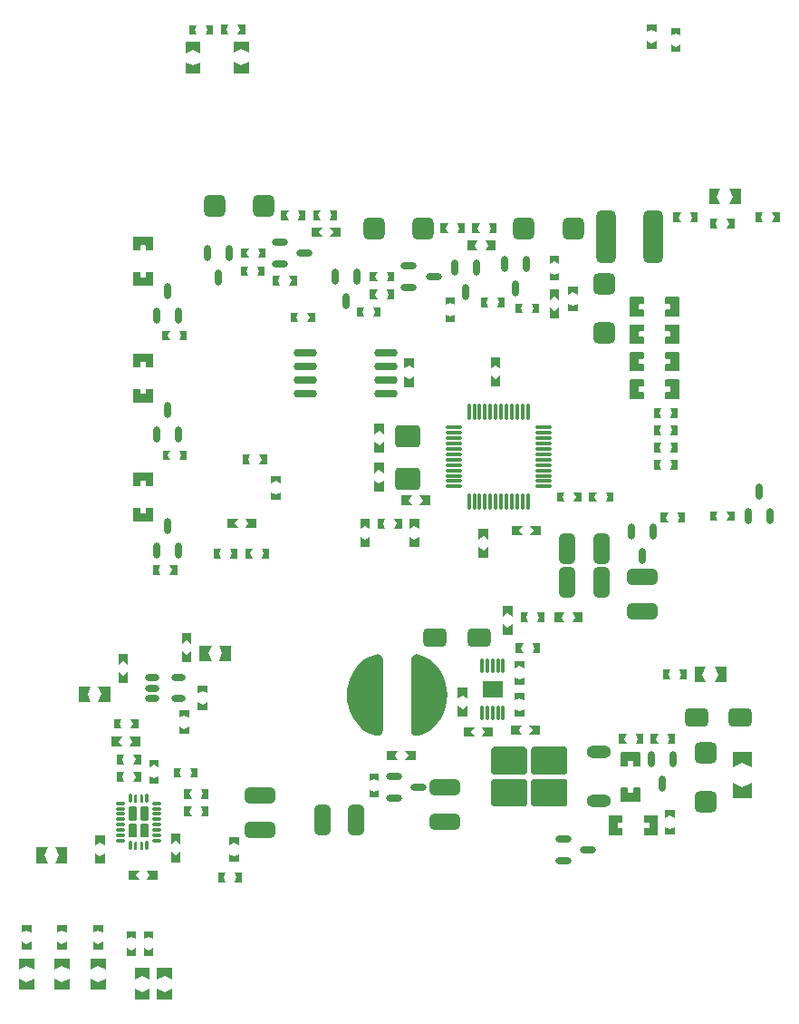
<source format=gtp>
G04*
G04 #@! TF.GenerationSoftware,Altium Limited,Altium Designer,18.1.7 (191)*
G04*
G04 Layer_Color=8421504*
%FSLAX24Y24*%
%MOIN*%
G70*
G01*
G75*
%ADD25O,0.0591X0.0281*%
G04:AMPARAMS|DCode=26|XSize=110.2mil|YSize=59.1mil|CornerRadius=14.8mil|HoleSize=0mil|Usage=FLASHONLY|Rotation=90.000|XOffset=0mil|YOffset=0mil|HoleType=Round|Shape=RoundedRectangle|*
%AMROUNDEDRECTD26*
21,1,0.1102,0.0295,0,0,90.0*
21,1,0.0807,0.0591,0,0,90.0*
1,1,0.0295,0.0148,0.0404*
1,1,0.0295,0.0148,-0.0404*
1,1,0.0295,-0.0148,-0.0404*
1,1,0.0295,-0.0148,0.0404*
%
%ADD26ROUNDEDRECTD26*%
%ADD27O,0.0850X0.0295*%
G04:AMPARAMS|DCode=28|XSize=82.7mil|YSize=78.7mil|CornerRadius=19.7mil|HoleSize=0mil|Usage=FLASHONLY|Rotation=180.000|XOffset=0mil|YOffset=0mil|HoleType=Round|Shape=RoundedRectangle|*
%AMROUNDEDRECTD28*
21,1,0.0827,0.0394,0,0,180.0*
21,1,0.0433,0.0787,0,0,180.0*
1,1,0.0394,-0.0217,0.0197*
1,1,0.0394,0.0217,0.0197*
1,1,0.0394,0.0217,-0.0197*
1,1,0.0394,-0.0217,-0.0197*
%
%ADD28ROUNDEDRECTD28*%
G04:AMPARAMS|DCode=29|XSize=90.6mil|YSize=82.7mil|CornerRadius=12.4mil|HoleSize=0mil|Usage=FLASHONLY|Rotation=0.000|XOffset=0mil|YOffset=0mil|HoleType=Round|Shape=RoundedRectangle|*
%AMROUNDEDRECTD29*
21,1,0.0906,0.0579,0,0,0.0*
21,1,0.0657,0.0827,0,0,0.0*
1,1,0.0248,0.0329,-0.0289*
1,1,0.0248,-0.0329,-0.0289*
1,1,0.0248,-0.0329,0.0289*
1,1,0.0248,0.0329,0.0289*
%
%ADD29ROUNDEDRECTD29*%
%ADD30O,0.0281X0.0591*%
G04:AMPARAMS|DCode=31|XSize=82.7mil|YSize=78.7mil|CornerRadius=19.7mil|HoleSize=0mil|Usage=FLASHONLY|Rotation=90.000|XOffset=0mil|YOffset=0mil|HoleType=Round|Shape=RoundedRectangle|*
%AMROUNDEDRECTD31*
21,1,0.0827,0.0394,0,0,90.0*
21,1,0.0433,0.0787,0,0,90.0*
1,1,0.0394,0.0197,0.0217*
1,1,0.0394,0.0197,-0.0217*
1,1,0.0394,-0.0197,-0.0217*
1,1,0.0394,-0.0197,0.0217*
%
%ADD31ROUNDEDRECTD31*%
%ADD32O,0.0531X0.0236*%
G04:AMPARAMS|DCode=33|XSize=194.9mil|YSize=70.9mil|CornerRadius=17.7mil|HoleSize=0mil|Usage=FLASHONLY|Rotation=270.000|XOffset=0mil|YOffset=0mil|HoleType=Round|Shape=RoundedRectangle|*
%AMROUNDEDRECTD33*
21,1,0.1949,0.0354,0,0,270.0*
21,1,0.1594,0.0709,0,0,270.0*
1,1,0.0354,-0.0177,-0.0797*
1,1,0.0354,-0.0177,0.0797*
1,1,0.0354,0.0177,0.0797*
1,1,0.0354,0.0177,-0.0797*
%
%ADD33ROUNDEDRECTD33*%
%ADD34O,0.0118X0.0335*%
%ADD35O,0.0335X0.0118*%
G04:AMPARAMS|DCode=36|XSize=110.2mil|YSize=59.1mil|CornerRadius=14.8mil|HoleSize=0mil|Usage=FLASHONLY|Rotation=0.000|XOffset=0mil|YOffset=0mil|HoleType=Round|Shape=RoundedRectangle|*
%AMROUNDEDRECTD36*
21,1,0.1102,0.0295,0,0,0.0*
21,1,0.0807,0.0591,0,0,0.0*
1,1,0.0295,0.0404,-0.0148*
1,1,0.0295,-0.0404,-0.0148*
1,1,0.0295,-0.0404,0.0148*
1,1,0.0295,0.0404,0.0148*
%
%ADD36ROUNDEDRECTD36*%
G04:AMPARAMS|DCode=37|XSize=86.6mil|YSize=68.9mil|CornerRadius=17.2mil|HoleSize=0mil|Usage=FLASHONLY|Rotation=180.000|XOffset=0mil|YOffset=0mil|HoleType=Round|Shape=RoundedRectangle|*
%AMROUNDEDRECTD37*
21,1,0.0866,0.0344,0,0,180.0*
21,1,0.0522,0.0689,0,0,180.0*
1,1,0.0344,-0.0261,0.0172*
1,1,0.0344,0.0261,0.0172*
1,1,0.0344,0.0261,-0.0172*
1,1,0.0344,-0.0261,-0.0172*
%
%ADD37ROUNDEDRECTD37*%
%ADD38R,0.0728X0.0610*%
%ADD39O,0.0118X0.0571*%
%ADD40O,0.0906X0.0454*%
%ADD41O,0.0630X0.0118*%
%ADD42O,0.0118X0.0630*%
G36*
X52392Y48110D02*
X52215Y48189D01*
X52037Y48110D01*
Y48386D01*
X52392D01*
Y48110D01*
D02*
G37*
G36*
X37254Y48022D02*
X36978D01*
X37057Y48199D01*
X36978Y48376D01*
X37254D01*
Y48022D01*
D02*
G37*
G36*
X36565Y48199D02*
X36644Y48022D01*
X36368D01*
Y48376D01*
X36644D01*
X36565Y48199D01*
D02*
G37*
G36*
X36082Y48012D02*
X35807D01*
X35886Y48189D01*
X35807Y48366D01*
X36082D01*
Y48012D01*
D02*
G37*
G36*
X35394Y48189D02*
X35472Y48012D01*
X35197D01*
Y48366D01*
X35472D01*
X35394Y48189D01*
D02*
G37*
G36*
X53278Y47982D02*
X53100Y48061D01*
X52923Y47982D01*
Y48258D01*
X53278D01*
Y47982D01*
D02*
G37*
G36*
X52392Y47500D02*
X52037D01*
Y47776D01*
X52215Y47697D01*
X52392Y47776D01*
Y47500D01*
D02*
G37*
G36*
X53278Y47372D02*
X52923D01*
Y47648D01*
X53100Y47569D01*
X53278Y47648D01*
Y47372D01*
D02*
G37*
G36*
X37392Y47343D02*
X37116Y47470D01*
X36841Y47343D01*
Y47756D01*
X37392D01*
Y47343D01*
D02*
G37*
G36*
X35610Y47333D02*
X35335Y47461D01*
X35059Y47333D01*
Y47746D01*
X35610D01*
Y47333D01*
D02*
G37*
G36*
X37392Y46594D02*
X36841D01*
Y47008D01*
X37116Y46880D01*
X37392Y47008D01*
Y46594D01*
D02*
G37*
G36*
X35610Y46585D02*
X35059D01*
Y46998D01*
X35335Y46870D01*
X35610Y46998D01*
Y46585D01*
D02*
G37*
G36*
X55492Y41791D02*
X55079D01*
X55207Y42067D01*
X55079Y42343D01*
X55492D01*
Y41791D01*
D02*
G37*
G36*
X54616Y42067D02*
X54744Y41791D01*
X54331D01*
Y42343D01*
X54744D01*
X54616Y42067D01*
D02*
G37*
G36*
X40640Y41201D02*
X40364D01*
X40443Y41378D01*
X40364Y41555D01*
X40640D01*
Y41201D01*
D02*
G37*
G36*
X39951Y41378D02*
X40030Y41201D01*
X39754D01*
Y41555D01*
X40030D01*
X39951Y41378D01*
D02*
G37*
G36*
X39468Y41201D02*
X39193D01*
X39271Y41378D01*
X39193Y41555D01*
X39468D01*
Y41201D01*
D02*
G37*
G36*
X38780Y41378D02*
X38858Y41201D01*
X38583D01*
Y41555D01*
X38858D01*
X38780Y41378D01*
D02*
G37*
G36*
X56929Y41132D02*
X56653D01*
X56732Y41309D01*
X56653Y41486D01*
X56929D01*
Y41132D01*
D02*
G37*
G36*
X56240Y41309D02*
X56319Y41132D01*
X56043D01*
Y41486D01*
X56319D01*
X56240Y41309D01*
D02*
G37*
G36*
X53897Y41122D02*
X53622D01*
X53701Y41299D01*
X53622Y41476D01*
X53897D01*
Y41122D01*
D02*
G37*
G36*
X53209Y41299D02*
X53287Y41122D01*
X53012D01*
Y41476D01*
X53287D01*
X53209Y41299D01*
D02*
G37*
G36*
X55256Y40886D02*
X54980D01*
X55059Y41063D01*
X54980Y41240D01*
X55256D01*
Y40886D01*
D02*
G37*
G36*
X54567Y41063D02*
X54646Y40886D01*
X54370D01*
Y41240D01*
X54646D01*
X54567Y41063D01*
D02*
G37*
G36*
X46506Y40718D02*
X46230D01*
X46309Y40896D01*
X46230Y41073D01*
X46506D01*
Y40718D01*
D02*
G37*
G36*
X45817Y40896D02*
X45896Y40718D01*
X45620D01*
Y41073D01*
X45896D01*
X45817Y40896D01*
D02*
G37*
G36*
X45334Y40718D02*
X45059D01*
X45138Y40896D01*
X45059Y41073D01*
X45334D01*
Y40718D01*
D02*
G37*
G36*
X44646Y40896D02*
X44724Y40718D01*
X44449D01*
Y41073D01*
X44724D01*
X44646Y40896D01*
D02*
G37*
G36*
X40768Y40571D02*
X40374D01*
X40492Y40748D01*
X40374Y40925D01*
X40768D01*
Y40571D01*
D02*
G37*
G36*
X39980Y40748D02*
X40098Y40571D01*
X39705D01*
Y40925D01*
X40098D01*
X39980Y40748D01*
D02*
G37*
G36*
X46486Y40089D02*
X46093D01*
X46211Y40266D01*
X46093Y40443D01*
X46486D01*
Y40089D01*
D02*
G37*
G36*
X45699Y40266D02*
X45817Y40089D01*
X45423D01*
Y40443D01*
X45817D01*
X45699Y40266D01*
D02*
G37*
G36*
X33856Y40582D02*
X33864Y40561D01*
Y40109D01*
X33856Y40088D01*
X33835Y40079D01*
X33632D01*
X33611Y40088D01*
X33602Y40109D01*
Y40246D01*
X33594Y40267D01*
X33573Y40276D01*
X33435D01*
X33414Y40267D01*
X33406Y40246D01*
Y40109D01*
X33397Y40088D01*
X33376Y40079D01*
X33173D01*
X33152Y40088D01*
X33144Y40109D01*
Y40561D01*
X33152Y40582D01*
X33173Y40591D01*
X33835D01*
X33856Y40582D01*
D02*
G37*
G36*
X38002Y39813D02*
X37726D01*
X37805Y39990D01*
X37726Y40167D01*
X38002D01*
Y39813D01*
D02*
G37*
G36*
X37313Y39990D02*
X37392Y39813D01*
X37116D01*
Y40167D01*
X37392D01*
X37313Y39990D01*
D02*
G37*
G36*
X48819Y39596D02*
X48642Y39675D01*
X48465Y39596D01*
Y39872D01*
X48819D01*
Y39596D01*
D02*
G37*
G36*
Y38986D02*
X48465D01*
Y39262D01*
X48642Y39183D01*
X48819Y39262D01*
Y38986D01*
D02*
G37*
G36*
X37982Y39144D02*
X37706D01*
X37785Y39321D01*
X37706Y39498D01*
X37982D01*
Y39144D01*
D02*
G37*
G36*
X37293Y39321D02*
X37372Y39144D01*
X37096D01*
Y39498D01*
X37372D01*
X37293Y39321D01*
D02*
G37*
G36*
X33856Y39282D02*
X33864Y39261D01*
Y38809D01*
X33856Y38788D01*
X33835Y38779D01*
X33173D01*
X33152Y38788D01*
X33144Y38809D01*
Y39261D01*
X33152Y39282D01*
X33173Y39291D01*
X33376D01*
X33397Y39282D01*
X33406Y39261D01*
Y39124D01*
X33414Y39103D01*
X33435Y39094D01*
X33573D01*
X33594Y39103D01*
X33602Y39124D01*
Y39261D01*
X33611Y39282D01*
X33632Y39291D01*
X33835D01*
X33856Y39282D01*
D02*
G37*
G36*
X42736Y38937D02*
X42461D01*
X42539Y39114D01*
X42461Y39291D01*
X42736D01*
Y38937D01*
D02*
G37*
G36*
X42047Y39114D02*
X42126Y38937D01*
X41851D01*
Y39291D01*
X42126D01*
X42047Y39114D01*
D02*
G37*
G36*
X39154Y38799D02*
X38878D01*
X38957Y38976D01*
X38878Y39154D01*
X39154D01*
Y38799D01*
D02*
G37*
G36*
X38465Y38976D02*
X38544Y38799D01*
X38268D01*
Y39154D01*
X38544D01*
X38465Y38976D01*
D02*
G37*
G36*
X49488Y38464D02*
X49311Y38543D01*
X49134Y38464D01*
Y38740D01*
X49488D01*
Y38464D01*
D02*
G37*
G36*
X42736Y38287D02*
X42461D01*
X42539Y38465D01*
X42461Y38642D01*
X42736D01*
Y38287D01*
D02*
G37*
G36*
X42047Y38465D02*
X42126Y38287D01*
X41851D01*
Y38642D01*
X42126D01*
X42047Y38465D01*
D02*
G37*
G36*
X48819Y38258D02*
X48642Y38376D01*
X48465Y38258D01*
Y38652D01*
X48819D01*
Y38258D01*
D02*
G37*
G36*
X44980Y38071D02*
X44803Y38150D01*
X44626Y38071D01*
Y38346D01*
X44980D01*
Y38071D01*
D02*
G37*
G36*
X49488Y37854D02*
X49134D01*
Y38130D01*
X49311Y38051D01*
X49488Y38130D01*
Y37854D01*
D02*
G37*
G36*
X46811Y38002D02*
X46535D01*
X46614Y38179D01*
X46535Y38356D01*
X46811D01*
Y38002D01*
D02*
G37*
G36*
X46122Y38179D02*
X46201Y38002D01*
X45925D01*
Y38356D01*
X46201D01*
X46122Y38179D01*
D02*
G37*
G36*
X48819Y37589D02*
X48465D01*
Y37982D01*
X48642Y37864D01*
X48819Y37982D01*
Y37589D01*
D02*
G37*
G36*
X48080Y37776D02*
X47805D01*
X47884Y37953D01*
X47805Y38130D01*
X48080D01*
Y37776D01*
D02*
G37*
G36*
X47392Y37953D02*
X47470Y37776D01*
X47195D01*
Y38130D01*
X47470D01*
X47392Y37953D01*
D02*
G37*
G36*
X44980Y37461D02*
X44626D01*
Y37736D01*
X44803Y37658D01*
X44980Y37736D01*
Y37461D01*
D02*
G37*
G36*
X53220Y38363D02*
X53229Y38343D01*
Y37681D01*
X53220Y37660D01*
X53199Y37652D01*
X52746D01*
X52726Y37660D01*
X52717Y37681D01*
Y37884D01*
X52726Y37905D01*
X52746Y37913D01*
X52884D01*
X52905Y37922D01*
X52914Y37943D01*
Y38081D01*
X52905Y38102D01*
X52884Y38110D01*
X52746D01*
X52726Y38119D01*
X52717Y38140D01*
Y38343D01*
X52726Y38363D01*
X52746Y38372D01*
X53199D01*
X53220Y38363D01*
D02*
G37*
G36*
X51920D02*
X51929Y38343D01*
Y38140D01*
X51920Y38119D01*
X51899Y38110D01*
X51761D01*
X51741Y38102D01*
X51732Y38081D01*
Y37943D01*
X51741Y37922D01*
X51761Y37913D01*
X51899D01*
X51920Y37905D01*
X51929Y37884D01*
Y37681D01*
X51920Y37660D01*
X51899Y37652D01*
X51446D01*
X51426Y37660D01*
X51417Y37681D01*
Y38343D01*
X51426Y38363D01*
X51446Y38372D01*
X51899D01*
X51920Y38363D01*
D02*
G37*
G36*
X42244Y37638D02*
X41968D01*
X42047Y37815D01*
X41968Y37992D01*
X42244D01*
Y37638D01*
D02*
G37*
G36*
X41555Y37815D02*
X41634Y37638D01*
X41358D01*
Y37992D01*
X41634D01*
X41555Y37815D01*
D02*
G37*
G36*
X39823Y37441D02*
X39547D01*
X39626Y37618D01*
X39547Y37795D01*
X39823D01*
Y37441D01*
D02*
G37*
G36*
X39134Y37618D02*
X39213Y37441D01*
X38937D01*
Y37795D01*
X39213D01*
X39134Y37618D01*
D02*
G37*
G36*
X35098Y36772D02*
X34823D01*
X34902Y36949D01*
X34823Y37126D01*
X35098D01*
Y36772D01*
D02*
G37*
G36*
X34410Y36949D02*
X34488Y36772D01*
X34213D01*
Y37126D01*
X34488D01*
X34410Y36949D01*
D02*
G37*
G36*
X53220Y37359D02*
X53229Y37339D01*
Y36677D01*
X53220Y36656D01*
X53199Y36648D01*
X52746D01*
X52726Y36656D01*
X52717Y36677D01*
Y36880D01*
X52726Y36901D01*
X52746Y36909D01*
X52884D01*
X52905Y36918D01*
X52914Y36939D01*
Y37077D01*
X52905Y37098D01*
X52884Y37106D01*
X52746D01*
X52726Y37115D01*
X52717Y37136D01*
Y37339D01*
X52726Y37359D01*
X52746Y37368D01*
X53199D01*
X53220Y37359D01*
D02*
G37*
G36*
X51920D02*
X51929Y37339D01*
Y37136D01*
X51920Y37115D01*
X51899Y37106D01*
X51761D01*
X51741Y37098D01*
X51732Y37077D01*
Y36939D01*
X51741Y36918D01*
X51761Y36909D01*
X51899D01*
X51920Y36901D01*
X51929Y36880D01*
Y36677D01*
X51920Y36656D01*
X51899Y36648D01*
X51446D01*
X51426Y36656D01*
X51417Y36677D01*
Y37339D01*
X51426Y37359D01*
X51446Y37368D01*
X51899D01*
X51920Y37359D01*
D02*
G37*
G36*
X33856Y36291D02*
X33864Y36270D01*
Y35817D01*
X33856Y35796D01*
X33835Y35788D01*
X33632D01*
X33611Y35796D01*
X33602Y35817D01*
Y35955D01*
X33594Y35976D01*
X33573Y35985D01*
X33435D01*
X33414Y35976D01*
X33406Y35955D01*
Y35817D01*
X33397Y35796D01*
X33376Y35788D01*
X33173D01*
X33152Y35796D01*
X33144Y35817D01*
Y36270D01*
X33152Y36291D01*
X33173Y36300D01*
X33835D01*
X33856Y36291D01*
D02*
G37*
G36*
X46644Y35748D02*
X46467Y35866D01*
X46289Y35748D01*
Y36142D01*
X46644D01*
Y35748D01*
D02*
G37*
G36*
X43474Y35738D02*
X43297Y35856D01*
X43120Y35738D01*
Y36132D01*
X43474D01*
Y35738D01*
D02*
G37*
G36*
X53220Y36356D02*
X53229Y36335D01*
Y35673D01*
X53220Y35652D01*
X53199Y35644D01*
X52746D01*
X52726Y35652D01*
X52717Y35673D01*
Y35876D01*
X52726Y35897D01*
X52746Y35906D01*
X52884D01*
X52905Y35914D01*
X52914Y35935D01*
Y36073D01*
X52905Y36094D01*
X52884Y36102D01*
X52746D01*
X52726Y36111D01*
X52717Y36132D01*
Y36335D01*
X52726Y36356D01*
X52746Y36364D01*
X53199D01*
X53220Y36356D01*
D02*
G37*
G36*
X51920D02*
X51929Y36335D01*
Y36132D01*
X51920Y36111D01*
X51899Y36102D01*
X51761D01*
X51741Y36094D01*
X51732Y36073D01*
Y35935D01*
X51741Y35914D01*
X51761Y35906D01*
X51899D01*
X51920Y35897D01*
X51929Y35876D01*
Y35673D01*
X51920Y35652D01*
X51899Y35644D01*
X51446D01*
X51426Y35652D01*
X51417Y35673D01*
Y36335D01*
X51426Y36356D01*
X51446Y36364D01*
X51899D01*
X51920Y36356D01*
D02*
G37*
G36*
X46644Y35079D02*
X46289D01*
Y35472D01*
X46467Y35354D01*
X46644Y35472D01*
Y35079D01*
D02*
G37*
G36*
X43474Y35069D02*
X43120D01*
Y35463D01*
X43297Y35344D01*
X43474Y35463D01*
Y35069D01*
D02*
G37*
G36*
X33856Y34991D02*
X33864Y34970D01*
Y34517D01*
X33856Y34496D01*
X33835Y34488D01*
X33173D01*
X33152Y34496D01*
X33144Y34517D01*
Y34970D01*
X33152Y34991D01*
X33173Y35000D01*
X33376D01*
X33397Y34991D01*
X33406Y34970D01*
Y34832D01*
X33414Y34811D01*
X33435Y34803D01*
X33573D01*
X33594Y34811D01*
X33602Y34832D01*
Y34970D01*
X33611Y34991D01*
X33632Y35000D01*
X33835D01*
X33856Y34991D01*
D02*
G37*
G36*
X53220Y35332D02*
X53229Y35311D01*
Y34650D01*
X53220Y34629D01*
X53199Y34620D01*
X52746D01*
X52726Y34629D01*
X52717Y34650D01*
Y34852D01*
X52726Y34873D01*
X52746Y34882D01*
X52884D01*
X52905Y34891D01*
X52914Y34911D01*
Y35049D01*
X52905Y35070D01*
X52884Y35079D01*
X52746D01*
X52726Y35087D01*
X52717Y35108D01*
Y35311D01*
X52726Y35332D01*
X52746Y35341D01*
X53199D01*
X53220Y35332D01*
D02*
G37*
G36*
X51920D02*
X51929Y35311D01*
Y35108D01*
X51920Y35087D01*
X51899Y35079D01*
X51761D01*
X51741Y35070D01*
X51732Y35049D01*
Y34911D01*
X51741Y34891D01*
X51761Y34882D01*
X51899D01*
X51920Y34873D01*
X51929Y34852D01*
Y34650D01*
X51920Y34629D01*
X51899Y34620D01*
X51446D01*
X51426Y34629D01*
X51417Y34650D01*
Y35311D01*
X51426Y35332D01*
X51446Y35341D01*
X51899D01*
X51920Y35332D01*
D02*
G37*
G36*
X53179Y33927D02*
X52903D01*
X52982Y34104D01*
X52903Y34281D01*
X53179D01*
Y33927D01*
D02*
G37*
G36*
X52490Y34104D02*
X52569Y33927D01*
X52293D01*
Y34281D01*
X52569D01*
X52490Y34104D01*
D02*
G37*
G36*
X42372Y33327D02*
X42195Y33445D01*
X42018Y33327D01*
Y33720D01*
X42372D01*
Y33327D01*
D02*
G37*
G36*
X53179Y33297D02*
X52903D01*
X52982Y33474D01*
X52903Y33652D01*
X53179D01*
Y33297D01*
D02*
G37*
G36*
X52490Y33474D02*
X52569Y33297D01*
X52293D01*
Y33652D01*
X52569D01*
X52490Y33474D01*
D02*
G37*
G36*
X42372Y32657D02*
X42018D01*
Y33051D01*
X42195Y32933D01*
X42372Y33051D01*
Y32657D01*
D02*
G37*
G36*
X53179Y32667D02*
X52903D01*
X52982Y32844D01*
X52903Y33022D01*
X53179D01*
Y32667D01*
D02*
G37*
G36*
X52490Y32844D02*
X52569Y32667D01*
X52293D01*
Y33022D01*
X52569D01*
X52490Y32844D01*
D02*
G37*
G36*
X35108Y32382D02*
X34832D01*
X34911Y32559D01*
X34832Y32736D01*
X35108D01*
Y32382D01*
D02*
G37*
G36*
X34419Y32559D02*
X34498Y32382D01*
X34222D01*
Y32736D01*
X34498D01*
X34419Y32559D01*
D02*
G37*
G36*
X38061Y32224D02*
X37785D01*
X37864Y32402D01*
X37785Y32579D01*
X38061D01*
Y32224D01*
D02*
G37*
G36*
X37372Y32402D02*
X37451Y32224D01*
X37175D01*
Y32579D01*
X37451D01*
X37372Y32402D01*
D02*
G37*
G36*
X53179Y32028D02*
X52903D01*
X52982Y32205D01*
X52903Y32382D01*
X53179D01*
Y32028D01*
D02*
G37*
G36*
X52490Y32205D02*
X52569Y32028D01*
X52293D01*
Y32382D01*
X52569D01*
X52490Y32205D01*
D02*
G37*
G36*
X42362Y31900D02*
X42185Y32018D01*
X42008Y31900D01*
Y32293D01*
X42362D01*
Y31900D01*
D02*
G37*
G36*
X38573Y31526D02*
X38396Y31604D01*
X38219Y31526D01*
Y31801D01*
X38573D01*
Y31526D01*
D02*
G37*
G36*
X42362Y31230D02*
X42008D01*
Y31624D01*
X42185Y31506D01*
X42362Y31624D01*
Y31230D01*
D02*
G37*
G36*
X33856Y31921D02*
X33864Y31900D01*
Y31447D01*
X33856Y31426D01*
X33835Y31418D01*
X33632D01*
X33611Y31426D01*
X33602Y31447D01*
Y31585D01*
X33594Y31606D01*
X33573Y31615D01*
X33435D01*
X33414Y31606D01*
X33406Y31585D01*
Y31447D01*
X33397Y31426D01*
X33376Y31418D01*
X33173D01*
X33152Y31426D01*
X33144Y31447D01*
Y31900D01*
X33152Y31921D01*
X33173Y31930D01*
X33835D01*
X33856Y31921D01*
D02*
G37*
G36*
X38573Y30916D02*
X38219D01*
Y31191D01*
X38396Y31112D01*
X38573Y31191D01*
Y30916D01*
D02*
G37*
G36*
X50797Y30846D02*
X50521D01*
X50600Y31024D01*
X50521Y31201D01*
X50797D01*
Y30846D01*
D02*
G37*
G36*
X50108Y31024D02*
X50187Y30846D01*
X49911D01*
Y31201D01*
X50187D01*
X50108Y31024D01*
D02*
G37*
G36*
X49626Y30846D02*
X49350D01*
X49429Y31024D01*
X49350Y31201D01*
X49626D01*
Y30846D01*
D02*
G37*
G36*
X48937Y31024D02*
X49016Y30846D01*
X48740D01*
Y31201D01*
X49016D01*
X48937Y31024D01*
D02*
G37*
G36*
X44065Y30719D02*
X43671D01*
X43789Y30896D01*
X43671Y31073D01*
X44065D01*
Y30719D01*
D02*
G37*
G36*
X43278Y30896D02*
X43396Y30719D01*
X43002D01*
Y31073D01*
X43396D01*
X43278Y30896D01*
D02*
G37*
G36*
X33856Y30621D02*
X33864Y30600D01*
Y30147D01*
X33856Y30126D01*
X33835Y30118D01*
X33173D01*
X33152Y30126D01*
X33144Y30147D01*
Y30600D01*
X33152Y30621D01*
X33173Y30630D01*
X33376D01*
X33397Y30621D01*
X33406Y30600D01*
Y30462D01*
X33414Y30441D01*
X33435Y30433D01*
X33573D01*
X33594Y30441D01*
X33602Y30462D01*
Y30600D01*
X33611Y30621D01*
X33632Y30630D01*
X33835D01*
X33856Y30621D01*
D02*
G37*
G36*
X55256Y30148D02*
X54980D01*
X55059Y30325D01*
X54980Y30502D01*
X55256D01*
Y30148D01*
D02*
G37*
G36*
X54567Y30325D02*
X54646Y30148D01*
X54370D01*
Y30502D01*
X54646D01*
X54567Y30325D01*
D02*
G37*
G36*
X53435Y30089D02*
X53159D01*
X53238Y30266D01*
X53159Y30443D01*
X53435D01*
Y30089D01*
D02*
G37*
G36*
X52746Y30266D02*
X52825Y30089D01*
X52549D01*
Y30443D01*
X52825D01*
X52746Y30266D01*
D02*
G37*
G36*
X37657Y29882D02*
X37264D01*
X37382Y30059D01*
X37264Y30236D01*
X37657D01*
Y29882D01*
D02*
G37*
G36*
X36870Y30059D02*
X36988Y29882D01*
X36594D01*
Y30236D01*
X36988D01*
X36870Y30059D01*
D02*
G37*
G36*
X43022Y29862D02*
X42746D01*
X42825Y30039D01*
X42746Y30217D01*
X43022D01*
Y29862D01*
D02*
G37*
G36*
X42333Y30039D02*
X42412Y29862D01*
X42136D01*
Y30217D01*
X42412D01*
X42333Y30039D01*
D02*
G37*
G36*
X43661Y29843D02*
X43484Y29961D01*
X43307Y29843D01*
Y30236D01*
X43661D01*
Y29843D01*
D02*
G37*
G36*
X41850D02*
X41673Y29961D01*
X41496Y29843D01*
Y30236D01*
X41850D01*
Y29843D01*
D02*
G37*
G36*
X48130Y29606D02*
X47736D01*
X47854Y29783D01*
X47736Y29961D01*
X48130D01*
Y29606D01*
D02*
G37*
G36*
X47343Y29783D02*
X47461Y29606D01*
X47067D01*
Y29961D01*
X47461D01*
X47343Y29783D01*
D02*
G37*
G36*
X46201Y29459D02*
X46024Y29577D01*
X45846Y29459D01*
Y29852D01*
X46201D01*
Y29459D01*
D02*
G37*
G36*
X43661Y29173D02*
X43307D01*
Y29567D01*
X43484Y29449D01*
X43661Y29567D01*
Y29173D01*
D02*
G37*
G36*
X41850D02*
X41496D01*
Y29567D01*
X41673Y29449D01*
X41850Y29567D01*
Y29173D01*
D02*
G37*
G36*
X46201Y28789D02*
X45846D01*
Y29183D01*
X46024Y29065D01*
X46201Y29183D01*
Y28789D01*
D02*
G37*
G36*
X38140Y28760D02*
X37864D01*
X37943Y28937D01*
X37864Y29114D01*
X38140D01*
Y28760D01*
D02*
G37*
G36*
X37451Y28937D02*
X37530Y28760D01*
X37254D01*
Y29114D01*
X37530D01*
X37451Y28937D01*
D02*
G37*
G36*
X36978Y28760D02*
X36703D01*
X36781Y28937D01*
X36703Y29114D01*
X36978D01*
Y28760D01*
D02*
G37*
G36*
X36289Y28937D02*
X36368Y28760D01*
X36093D01*
Y29114D01*
X36368D01*
X36289Y28937D01*
D02*
G37*
G36*
X34754Y28159D02*
X34478D01*
X34557Y28337D01*
X34478Y28514D01*
X34754D01*
Y28159D01*
D02*
G37*
G36*
X34065Y28337D02*
X34144Y28159D01*
X33868D01*
Y28514D01*
X34144D01*
X34065Y28337D01*
D02*
G37*
G36*
X47087Y26624D02*
X46909Y26742D01*
X46732Y26624D01*
Y27018D01*
X47087D01*
Y26624D01*
D02*
G37*
G36*
X49685Y26417D02*
X49291D01*
X49409Y26594D01*
X49291Y26772D01*
X49685D01*
Y26417D01*
D02*
G37*
G36*
X48898Y26594D02*
X49016Y26417D01*
X48622D01*
Y26772D01*
X49016D01*
X48898Y26594D01*
D02*
G37*
G36*
X48278Y26417D02*
X48002D01*
X48081Y26594D01*
X48002Y26772D01*
X48278D01*
Y26417D01*
D02*
G37*
G36*
X47589Y26594D02*
X47668Y26417D01*
X47392D01*
Y26772D01*
X47668D01*
X47589Y26594D01*
D02*
G37*
G36*
X47087Y25955D02*
X46732D01*
Y26348D01*
X46909Y26230D01*
X47087Y26348D01*
Y25955D01*
D02*
G37*
G36*
X35285Y25630D02*
X35108Y25748D01*
X34931Y25630D01*
Y26024D01*
X35285D01*
Y25630D01*
D02*
G37*
G36*
X48100Y25285D02*
X47825D01*
X47903Y25463D01*
X47825Y25640D01*
X48100D01*
Y25285D01*
D02*
G37*
G36*
X47411Y25463D02*
X47490Y25285D01*
X47215D01*
Y25640D01*
X47490D01*
X47411Y25463D01*
D02*
G37*
G36*
X35285Y24961D02*
X34931D01*
Y25354D01*
X35108Y25236D01*
X35285Y25354D01*
Y24961D01*
D02*
G37*
G36*
X36742Y24990D02*
X36289D01*
X36417Y25276D01*
X36289Y25561D01*
X36742D01*
Y24990D01*
D02*
G37*
G36*
X35906Y25276D02*
X36033Y24990D01*
X35581D01*
Y25561D01*
X36033D01*
X35906Y25276D01*
D02*
G37*
G36*
X32953Y24852D02*
X32776Y24970D01*
X32598Y24852D01*
Y25246D01*
X32953D01*
Y24852D01*
D02*
G37*
G36*
X47530Y24724D02*
X47352Y24803D01*
X47175Y24724D01*
Y25000D01*
X47530D01*
Y24724D01*
D02*
G37*
G36*
X32953Y24183D02*
X32598D01*
Y24577D01*
X32776Y24459D01*
X32953Y24577D01*
Y24183D01*
D02*
G37*
G36*
X53514Y24321D02*
X53238D01*
X53317Y24498D01*
X53238Y24675D01*
X53514D01*
Y24321D01*
D02*
G37*
G36*
X52825Y24498D02*
X52904Y24321D01*
X52628D01*
Y24675D01*
X52904D01*
X52825Y24498D01*
D02*
G37*
G36*
X47530Y24114D02*
X47175D01*
Y24390D01*
X47352Y24311D01*
X47530Y24390D01*
Y24114D01*
D02*
G37*
G36*
X54961Y24222D02*
X54547D01*
X54675Y24498D01*
X54547Y24774D01*
X54961D01*
Y24222D01*
D02*
G37*
G36*
X54085Y24498D02*
X54213Y24222D01*
X53799D01*
Y24774D01*
X54213D01*
X54085Y24498D01*
D02*
G37*
G36*
X35866Y23809D02*
X35689Y23888D01*
X35512Y23809D01*
Y24084D01*
X35866D01*
Y23809D01*
D02*
G37*
G36*
X45433Y23612D02*
X45256Y23730D01*
X45079Y23612D01*
Y24006D01*
X45433D01*
Y23612D01*
D02*
G37*
G36*
X47530Y23553D02*
X47352Y23632D01*
X47175Y23553D01*
Y23829D01*
X47530D01*
Y23553D01*
D02*
G37*
G36*
X32293Y23484D02*
X31841D01*
X31969Y23770D01*
X31841Y24055D01*
X32293D01*
Y23484D01*
D02*
G37*
G36*
X31457Y23770D02*
X31585Y23484D01*
X31132D01*
Y24055D01*
X31585D01*
X31457Y23770D01*
D02*
G37*
G36*
X35866Y23199D02*
X35512D01*
Y23474D01*
X35689Y23396D01*
X35866Y23474D01*
Y23199D01*
D02*
G37*
G36*
X45433Y22943D02*
X45079D01*
Y23337D01*
X45256Y23219D01*
X45433Y23337D01*
Y22943D01*
D02*
G37*
G36*
X47530Y22943D02*
X47175D01*
Y23219D01*
X47352Y23140D01*
X47530Y23219D01*
Y22943D01*
D02*
G37*
G36*
X35187Y22913D02*
X35010Y22992D01*
X34833Y22913D01*
Y23189D01*
X35187D01*
Y22913D01*
D02*
G37*
G36*
X33327Y22510D02*
X33051D01*
X33130Y22687D01*
X33051Y22864D01*
X33327D01*
Y22510D01*
D02*
G37*
G36*
X32638Y22687D02*
X32717Y22510D01*
X32441D01*
Y22864D01*
X32717D01*
X32638Y22687D01*
D02*
G37*
G36*
X35187Y22303D02*
X34833D01*
Y22579D01*
X35010Y22500D01*
X35187Y22579D01*
Y22303D01*
D02*
G37*
G36*
X48110Y22274D02*
X47717D01*
X47835Y22451D01*
X47717Y22628D01*
X48110D01*
Y22274D01*
D02*
G37*
G36*
X47323Y22451D02*
X47441Y22274D01*
X47047D01*
Y22628D01*
X47441D01*
X47323Y22451D01*
D02*
G37*
G36*
X42210Y25225D02*
X42269Y25181D01*
X42308Y25119D01*
X42322Y25047D01*
Y22441D01*
X42308Y22367D01*
X42268Y22303D01*
X42207Y22258D01*
X42134Y22239D01*
X42059Y22248D01*
X41929Y22288D01*
X41778Y22349D01*
X41638Y22432D01*
X41513Y22536D01*
X41509Y22540D01*
X41360Y22706D01*
X41234Y22890D01*
X41134Y23089D01*
X41061Y23299D01*
X41017Y23518D01*
X41002Y23740D01*
X41017Y23962D01*
X41061Y24181D01*
X41134Y24391D01*
X41234Y24590D01*
X41360Y24774D01*
X41509Y24940D01*
X41511Y24942D01*
X41638Y25047D01*
X41779Y25132D01*
X41932Y25193D01*
X42066Y25235D01*
X42139Y25243D01*
X42210Y25225D01*
D02*
G37*
G36*
X43630Y25233D02*
X43760Y25192D01*
X43911Y25132D01*
X44050Y25048D01*
X44175Y24944D01*
X44180Y24940D01*
X44329Y24774D01*
X44455Y24590D01*
X44555Y24391D01*
X44628Y24181D01*
X44672Y23962D01*
X44687Y23740D01*
X44672Y23518D01*
X44628Y23299D01*
X44555Y23089D01*
X44455Y22890D01*
X44329Y22706D01*
X44180Y22540D01*
X44178Y22538D01*
X44051Y22433D01*
X43910Y22349D01*
X43757Y22287D01*
X43623Y22245D01*
X43550Y22237D01*
X43479Y22256D01*
X43420Y22299D01*
X43381Y22361D01*
X43367Y22433D01*
Y25039D01*
X43381Y25113D01*
X43421Y25177D01*
X43482Y25222D01*
X43555Y25241D01*
X43630Y25233D01*
D02*
G37*
G36*
X46358Y22205D02*
X45965D01*
X46083Y22382D01*
X45965Y22559D01*
X46358D01*
Y22205D01*
D02*
G37*
G36*
X45571Y22382D02*
X45689Y22205D01*
X45295D01*
Y22559D01*
X45689D01*
X45571Y22382D01*
D02*
G37*
G36*
X53071Y21949D02*
X52795D01*
X52874Y22126D01*
X52795Y22303D01*
X53071D01*
Y21949D01*
D02*
G37*
G36*
X52382Y22126D02*
X52461Y21949D01*
X52185D01*
Y22303D01*
X52461D01*
X52382Y22126D01*
D02*
G37*
G36*
X51900Y21949D02*
X51624D01*
X51703Y22126D01*
X51624Y22303D01*
X51900D01*
Y21949D01*
D02*
G37*
G36*
X51211Y22126D02*
X51290Y21949D01*
X51014D01*
Y22303D01*
X51290D01*
X51211Y22126D01*
D02*
G37*
G36*
X33396Y21850D02*
X33002D01*
X33120Y22028D01*
X33002Y22205D01*
X33396D01*
Y21850D01*
D02*
G37*
G36*
X32608Y22028D02*
X32726Y21850D01*
X32333D01*
Y22205D01*
X32726D01*
X32608Y22028D01*
D02*
G37*
G36*
X49058Y21822D02*
X49088Y21791D01*
X49105Y21751D01*
X49105Y21730D01*
X49105Y21730D01*
X49105Y20932D01*
X49104Y20911D01*
X49087Y20871D01*
X49056Y20840D01*
X49015Y20824D01*
X48994Y20824D01*
X48994Y20824D01*
X47893Y20824D01*
X47872Y20825D01*
X47832Y20842D01*
X47801Y20873D01*
X47785Y20914D01*
X47786Y20935D01*
X47786Y21730D01*
Y21740D01*
X47790Y21761D01*
X47798Y21780D01*
X47810Y21798D01*
X47817Y21805D01*
X47817Y21805D01*
X47825Y21813D01*
X47843Y21825D01*
X47864Y21834D01*
X47886Y21838D01*
X47897Y21838D01*
X47897Y21838D01*
X48996Y21838D01*
X49018Y21838D01*
X49058Y21822D01*
D02*
G37*
G36*
X43543Y21339D02*
X43150D01*
X43268Y21516D01*
X43150Y21693D01*
X43543D01*
Y21339D01*
D02*
G37*
G36*
X42756Y21516D02*
X42874Y21339D01*
X42480D01*
Y21693D01*
X42874D01*
X42756Y21516D01*
D02*
G37*
G36*
X33425Y21201D02*
X33149D01*
X33228Y21378D01*
X33149Y21555D01*
X33425D01*
Y21201D01*
D02*
G37*
G36*
X32736Y21378D02*
X32815Y21201D01*
X32539D01*
Y21555D01*
X32815D01*
X32736Y21378D01*
D02*
G37*
G36*
X51789Y21635D02*
X51797Y21615D01*
Y21162D01*
X51789Y21141D01*
X51768Y21132D01*
X51565D01*
X51544Y21141D01*
X51535Y21162D01*
Y21300D01*
X51527Y21320D01*
X51506Y21329D01*
X51368D01*
X51347Y21320D01*
X51339Y21300D01*
Y21162D01*
X51330Y21141D01*
X51309Y21132D01*
X51106D01*
X51085Y21141D01*
X51077Y21162D01*
Y21615D01*
X51085Y21635D01*
X51106Y21644D01*
X51768D01*
X51789Y21635D01*
D02*
G37*
G36*
X55896Y21102D02*
X55541Y21260D01*
X55187Y21102D01*
Y21654D01*
X55896D01*
Y21102D01*
D02*
G37*
G36*
X34085Y21092D02*
X33907Y21171D01*
X33730Y21092D01*
Y21368D01*
X34085D01*
Y21092D01*
D02*
G37*
G36*
X46420Y21838D02*
X47521D01*
X47543Y21838D01*
X47582Y21820D01*
X47613Y21789D01*
X47629Y21749D01*
X47628Y21727D01*
X47628Y21727D01*
X47628Y20932D01*
Y20922D01*
X47624Y20901D01*
X47616Y20882D01*
X47605Y20865D01*
X47597Y20857D01*
X47597Y20857D01*
X47589Y20849D01*
X47571Y20837D01*
X47550Y20828D01*
X47529Y20824D01*
X47517Y20824D01*
X47517Y20824D01*
X46418Y20824D01*
X46396Y20824D01*
X46357Y20841D01*
X46326Y20871D01*
X46309Y20911D01*
X46309Y20933D01*
X46309Y20933D01*
X46309Y21730D01*
X46310Y21752D01*
X46327Y21792D01*
X46358Y21822D01*
X46399Y21838D01*
X46420Y21838D01*
D02*
G37*
G36*
X35512Y20709D02*
X35236D01*
X35315Y20886D01*
X35236Y21063D01*
X35512D01*
Y20709D01*
D02*
G37*
G36*
X34823Y20886D02*
X34902Y20709D01*
X34626D01*
Y21063D01*
X34902D01*
X34823Y20886D01*
D02*
G37*
G36*
X34085Y20482D02*
X33730D01*
Y20758D01*
X33907Y20679D01*
X34085Y20758D01*
Y20482D01*
D02*
G37*
G36*
X42185Y20590D02*
X42008Y20669D01*
X41831Y20590D01*
Y20866D01*
X42185D01*
Y20590D01*
D02*
G37*
G36*
X33425Y20551D02*
X33149D01*
X33228Y20728D01*
X33149Y20906D01*
X33425D01*
Y20551D01*
D02*
G37*
G36*
X32736Y20728D02*
X32815Y20551D01*
X32539D01*
Y20906D01*
X32815D01*
X32736Y20728D01*
D02*
G37*
G36*
X55896Y19961D02*
X55187D01*
Y20512D01*
X55541Y20354D01*
X55896Y20512D01*
Y19961D01*
D02*
G37*
G36*
X42185Y19980D02*
X41831D01*
Y20256D01*
X42008Y20177D01*
X42185Y20256D01*
Y19980D01*
D02*
G37*
G36*
X51789Y20335D02*
X51797Y20315D01*
Y19862D01*
X51789Y19841D01*
X51768Y19832D01*
X51106D01*
X51085Y19841D01*
X51077Y19862D01*
Y20315D01*
X51085Y20335D01*
X51106Y20344D01*
X51309D01*
X51330Y20335D01*
X51339Y20315D01*
Y20177D01*
X51347Y20156D01*
X51368Y20147D01*
X51506D01*
X51527Y20156D01*
X51535Y20177D01*
Y20315D01*
X51544Y20335D01*
X51565Y20344D01*
X51768D01*
X51789Y20335D01*
D02*
G37*
G36*
X35905Y19931D02*
X35630D01*
X35708Y20108D01*
X35630Y20285D01*
X35905D01*
Y19931D01*
D02*
G37*
G36*
X35217Y20108D02*
X35295Y19931D01*
X35020D01*
Y20285D01*
X35295D01*
X35217Y20108D01*
D02*
G37*
G36*
X33483Y20097D02*
X33498Y20059D01*
Y19823D01*
X33483Y19785D01*
X33445Y19770D01*
X33407Y19785D01*
X33392Y19823D01*
Y20059D01*
X33407Y20097D01*
X33445Y20112D01*
X33483Y20097D01*
D02*
G37*
G36*
X33266D02*
X33282Y20059D01*
Y19823D01*
X33266Y19785D01*
X33228Y19770D01*
X33191Y19785D01*
X33175Y19823D01*
Y20059D01*
X33191Y20097D01*
X33228Y20112D01*
X33266Y20097D01*
D02*
G37*
G36*
X47897Y20667D02*
X48997D01*
X49019Y20667D01*
X49059Y20650D01*
X49089Y20618D01*
X49105Y20578D01*
X49104Y20556D01*
X49104Y20556D01*
X49104Y19762D01*
Y19751D01*
X49100Y19731D01*
X49092Y19711D01*
X49081Y19694D01*
X49073Y19687D01*
X49073Y19687D01*
X49065Y19679D01*
X49047Y19666D01*
X49026Y19658D01*
X49005Y19654D01*
X48993Y19654D01*
X48993Y19654D01*
X47894Y19654D01*
X47873Y19654D01*
X47833Y19670D01*
X47802Y19701D01*
X47785Y19741D01*
X47785Y19762D01*
X47785Y19762D01*
X47785Y20559D01*
X47786Y20581D01*
X47803Y20621D01*
X47834Y20652D01*
X47875Y20668D01*
X47897Y20667D01*
D02*
G37*
G36*
X46420D02*
X47521D01*
X47543Y20667D01*
X47582Y20650D01*
X47613Y20618D01*
X47629Y20578D01*
X47628Y20556D01*
X47628Y20556D01*
X47628Y19762D01*
Y19751D01*
X47624Y19731D01*
X47616Y19711D01*
X47605Y19694D01*
X47597Y19687D01*
X47597Y19687D01*
X47589Y19679D01*
X47571Y19666D01*
X47550Y19658D01*
X47529Y19654D01*
X47517Y19654D01*
X47517Y19654D01*
X46418Y19654D01*
X46396Y19654D01*
X46357Y19670D01*
X46326Y19701D01*
X46309Y19741D01*
X46309Y19762D01*
X46309Y19762D01*
X46309Y20559D01*
X46310Y20581D01*
X46327Y20621D01*
X46358Y20652D01*
X46399Y20668D01*
X46420Y20667D01*
D02*
G37*
G36*
X35905Y19291D02*
X35630D01*
X35708Y19468D01*
X35630Y19646D01*
X35905D01*
Y19291D01*
D02*
G37*
G36*
X35217Y19468D02*
X35295Y19291D01*
X35020D01*
Y19646D01*
X35295D01*
X35217Y19468D01*
D02*
G37*
G36*
X53061Y19232D02*
X52884Y19311D01*
X52707Y19232D01*
Y19508D01*
X53061D01*
Y19232D01*
D02*
G37*
G36*
X33681Y19640D02*
X33703Y19618D01*
X33711Y19589D01*
Y19195D01*
X33703Y19165D01*
X33681Y19144D01*
X33652Y19136D01*
X33455D01*
X33425Y19144D01*
X33404Y19165D01*
X33396Y19195D01*
Y19589D01*
X33404Y19618D01*
X33425Y19640D01*
X33455Y19648D01*
X33652D01*
X33681Y19640D01*
D02*
G37*
G36*
X33248D02*
X33270Y19618D01*
X33278Y19589D01*
Y19195D01*
X33270Y19165D01*
X33248Y19144D01*
X33219Y19136D01*
X33022D01*
X32992Y19144D01*
X32971Y19165D01*
X32963Y19195D01*
Y19589D01*
X32971Y19618D01*
X32992Y19640D01*
X33022Y19648D01*
X33219D01*
X33248Y19640D01*
D02*
G37*
G36*
X53061Y18622D02*
X52707D01*
Y18898D01*
X52884Y18819D01*
X53061Y18898D01*
Y18622D01*
D02*
G37*
G36*
X52443Y19308D02*
X52451Y19287D01*
Y18626D01*
X52443Y18605D01*
X52422Y18596D01*
X51969D01*
X51948Y18605D01*
X51939Y18626D01*
Y18829D01*
X51948Y18850D01*
X51969Y18858D01*
X52107D01*
X52128Y18867D01*
X52136Y18888D01*
Y19026D01*
X52128Y19046D01*
X52107Y19055D01*
X51969D01*
X51948Y19064D01*
X51939Y19085D01*
Y19287D01*
X51948Y19308D01*
X51969Y19317D01*
X52422D01*
X52443Y19308D01*
D02*
G37*
G36*
X51143D02*
X51151Y19287D01*
Y19085D01*
X51143Y19064D01*
X51122Y19055D01*
X50984D01*
X50963Y19046D01*
X50954Y19026D01*
Y18888D01*
X50963Y18867D01*
X50984Y18858D01*
X51122D01*
X51143Y18850D01*
X51151Y18829D01*
Y18626D01*
X51143Y18605D01*
X51122Y18596D01*
X50669D01*
X50648Y18605D01*
X50639Y18626D01*
Y19287D01*
X50648Y19308D01*
X50669Y19317D01*
X51122D01*
X51143Y19308D01*
D02*
G37*
G36*
X33681Y19010D02*
X33703Y18988D01*
X33711Y18959D01*
Y18565D01*
X33703Y18535D01*
X33681Y18514D01*
X33652Y18506D01*
X33455D01*
X33425Y18514D01*
X33404Y18535D01*
X33396Y18565D01*
Y18959D01*
X33404Y18988D01*
X33425Y19010D01*
X33455Y19018D01*
X33652D01*
X33681Y19010D01*
D02*
G37*
G36*
X33248D02*
X33270Y18988D01*
X33278Y18959D01*
Y18565D01*
X33270Y18535D01*
X33248Y18514D01*
X33219Y18506D01*
X33022D01*
X32992Y18514D01*
X32971Y18535D01*
X32963Y18565D01*
Y18959D01*
X32971Y18988D01*
X32992Y19010D01*
X33022Y19018D01*
X33219D01*
X33248Y19010D01*
D02*
G37*
G36*
X34882Y18258D02*
X34705Y18376D01*
X34528Y18258D01*
Y18652D01*
X34882D01*
Y18258D01*
D02*
G37*
G36*
X37028Y18228D02*
X36850Y18307D01*
X36673Y18228D01*
Y18504D01*
X37028D01*
Y18228D01*
D02*
G37*
G36*
X32096Y18209D02*
X31919Y18327D01*
X31742Y18209D01*
Y18602D01*
X32096D01*
Y18209D01*
D02*
G37*
G36*
X33483Y18364D02*
X33498Y18327D01*
Y18091D01*
X33483Y18053D01*
X33445Y18037D01*
X33407Y18053D01*
X33392Y18091D01*
Y18327D01*
X33407Y18364D01*
X33445Y18380D01*
X33483Y18364D01*
D02*
G37*
G36*
X33266D02*
X33282Y18327D01*
Y18091D01*
X33266Y18053D01*
X33228Y18037D01*
X33191Y18053D01*
X33175Y18091D01*
Y18327D01*
X33191Y18364D01*
X33228Y18380D01*
X33266Y18364D01*
D02*
G37*
G36*
X34882Y17589D02*
X34528D01*
Y17982D01*
X34705Y17864D01*
X34882Y17982D01*
Y17589D01*
D02*
G37*
G36*
X37028Y17618D02*
X36673D01*
Y17894D01*
X36850Y17815D01*
X37028Y17894D01*
Y17618D01*
D02*
G37*
G36*
X32096Y17539D02*
X31742D01*
Y17933D01*
X31919Y17815D01*
X32096Y17933D01*
Y17539D01*
D02*
G37*
G36*
X30719Y17569D02*
X30266D01*
X30394Y17854D01*
X30266Y18140D01*
X30719D01*
Y17569D01*
D02*
G37*
G36*
X29882Y17854D02*
X30010Y17569D01*
X29557D01*
Y18140D01*
X30010D01*
X29882Y17854D01*
D02*
G37*
G36*
X34026Y16939D02*
X33632D01*
X33750Y17116D01*
X33632Y17293D01*
X34026D01*
Y16939D01*
D02*
G37*
G36*
X33238Y17116D02*
X33356Y16939D01*
X32963D01*
Y17293D01*
X33356D01*
X33238Y17116D01*
D02*
G37*
G36*
X37146Y16860D02*
X36870D01*
X36949Y17037D01*
X36870Y17215D01*
X37146D01*
Y16860D01*
D02*
G37*
G36*
X36457Y17037D02*
X36536Y16860D01*
X36260D01*
Y17215D01*
X36536D01*
X36457Y17037D01*
D02*
G37*
G36*
X32028Y15010D02*
X31850Y15089D01*
X31673Y15010D01*
Y15285D01*
X32028D01*
Y15010D01*
D02*
G37*
G36*
X30689D02*
X30512Y15089D01*
X30335Y15010D01*
Y15285D01*
X30689D01*
Y15010D01*
D02*
G37*
G36*
X29390D02*
X29213Y15089D01*
X29035Y15010D01*
Y15285D01*
X29390D01*
Y15010D01*
D02*
G37*
G36*
X33878Y14773D02*
X33701Y14852D01*
X33524Y14773D01*
Y15049D01*
X33878D01*
Y14773D01*
D02*
G37*
G36*
X33248D02*
X33071Y14852D01*
X32894Y14773D01*
Y15049D01*
X33248D01*
Y14773D01*
D02*
G37*
G36*
X32028Y14400D02*
X31673D01*
Y14675D01*
X31850Y14597D01*
X32028Y14675D01*
Y14400D01*
D02*
G37*
G36*
X30689D02*
X30335D01*
Y14675D01*
X30512Y14597D01*
X30689Y14675D01*
Y14400D01*
D02*
G37*
G36*
X29390D02*
X29035D01*
Y14675D01*
X29213Y14597D01*
X29390Y14675D01*
Y14400D01*
D02*
G37*
G36*
X33878Y14163D02*
X33524D01*
Y14439D01*
X33701Y14360D01*
X33878Y14439D01*
Y14163D01*
D02*
G37*
G36*
X33248D02*
X32894D01*
Y14439D01*
X33071Y14360D01*
X33248Y14439D01*
Y14163D01*
D02*
G37*
G36*
X32126Y13652D02*
X31850Y13780D01*
X31575Y13652D01*
Y14065D01*
X32126D01*
Y13652D01*
D02*
G37*
G36*
X30787D02*
X30512Y13780D01*
X30236Y13652D01*
Y14065D01*
X30787D01*
Y13652D01*
D02*
G37*
G36*
X29488D02*
X29213Y13780D01*
X28937Y13652D01*
Y14065D01*
X29488D01*
Y13652D01*
D02*
G37*
G36*
X34567Y13297D02*
X34291Y13425D01*
X34016Y13297D01*
Y13711D01*
X34567D01*
Y13297D01*
D02*
G37*
G36*
X33740D02*
X33465Y13425D01*
X33189Y13297D01*
Y13711D01*
X33740D01*
Y13297D01*
D02*
G37*
G36*
X32126Y12904D02*
X31575D01*
Y13317D01*
X31850Y13189D01*
X32126Y13317D01*
Y12904D01*
D02*
G37*
G36*
X30787D02*
X30236D01*
Y13317D01*
X30512Y13189D01*
X30787Y13317D01*
Y12904D01*
D02*
G37*
G36*
X29488D02*
X28937D01*
Y13317D01*
X29213Y13189D01*
X29488Y13317D01*
Y12904D01*
D02*
G37*
G36*
X34567Y12549D02*
X34016D01*
Y12963D01*
X34291Y12835D01*
X34567Y12963D01*
Y12549D01*
D02*
G37*
G36*
X33740D02*
X33189D01*
Y12963D01*
X33465Y12835D01*
X33740Y12963D01*
Y12549D01*
D02*
G37*
D25*
X48976Y18438D02*
D03*
Y17638D02*
D03*
X49886Y18038D02*
D03*
X43278Y39520D02*
D03*
Y38720D02*
D03*
X44188Y39120D02*
D03*
X38524Y40394D02*
D03*
Y39594D02*
D03*
X39434Y39994D02*
D03*
X42726Y20738D02*
D03*
Y19938D02*
D03*
X43636Y20338D02*
D03*
D26*
X50374Y27874D02*
D03*
X49114D02*
D03*
X50374Y29134D02*
D03*
X49114D02*
D03*
X40089Y19154D02*
D03*
X41348D02*
D03*
D27*
X42421Y35317D02*
D03*
X39471D02*
D03*
X42421Y36317D02*
D03*
Y35817D02*
D03*
Y34817D02*
D03*
X39471Y36317D02*
D03*
Y35817D02*
D03*
Y34817D02*
D03*
D28*
X50463Y38848D02*
D03*
Y37037D02*
D03*
X54193Y21624D02*
D03*
Y19813D02*
D03*
D29*
X43228Y31693D02*
D03*
Y33268D02*
D03*
D30*
X45768Y39469D02*
D03*
X44968D02*
D03*
X45368Y38558D02*
D03*
X47618Y39587D02*
D03*
X46818D02*
D03*
X47218Y38677D02*
D03*
X41374Y39119D02*
D03*
X40574D02*
D03*
X40974Y38209D02*
D03*
X36663Y39990D02*
D03*
X35863D02*
D03*
X36263Y39080D02*
D03*
X52260Y29749D02*
D03*
X51460D02*
D03*
X51860Y28839D02*
D03*
X55761Y30320D02*
D03*
X56561D02*
D03*
X56161Y31230D02*
D03*
X52992Y21388D02*
D03*
X52192D02*
D03*
X52592Y20478D02*
D03*
X34009Y29051D02*
D03*
X34809D02*
D03*
X34409Y29961D02*
D03*
X34009Y37673D02*
D03*
X34809D02*
D03*
X34409Y38583D02*
D03*
X34009Y33307D02*
D03*
X34809D02*
D03*
X34409Y34217D02*
D03*
D31*
X49331Y40886D02*
D03*
X47520D02*
D03*
X43809Y40896D02*
D03*
X41998D02*
D03*
X37943Y41713D02*
D03*
X36132D02*
D03*
D32*
X33829Y23622D02*
D03*
X34813D02*
D03*
X33829Y24370D02*
D03*
X34813D02*
D03*
X33829Y23996D02*
D03*
D33*
X52274Y40591D02*
D03*
X50541D02*
D03*
D34*
X33041Y18209D02*
D03*
X33632D02*
D03*
X33041Y19941D02*
D03*
X33632D02*
D03*
D35*
X32667Y18386D02*
D03*
Y18583D02*
D03*
Y18780D02*
D03*
Y18976D02*
D03*
Y19173D02*
D03*
Y19370D02*
D03*
Y19567D02*
D03*
Y19764D02*
D03*
X34006D02*
D03*
Y19567D02*
D03*
Y19370D02*
D03*
Y19173D02*
D03*
Y18976D02*
D03*
Y18780D02*
D03*
Y18583D02*
D03*
Y18386D02*
D03*
D36*
X51880Y26831D02*
D03*
Y28091D02*
D03*
X37795Y20049D02*
D03*
Y18789D02*
D03*
X44596Y19085D02*
D03*
Y20344D02*
D03*
D37*
X45866Y25856D02*
D03*
X44252D02*
D03*
X55472Y22904D02*
D03*
X53858D02*
D03*
D38*
X46358Y23947D02*
D03*
D39*
X45965Y24813D02*
D03*
X46161D02*
D03*
X46358D02*
D03*
X46555D02*
D03*
X46752D02*
D03*
Y23081D02*
D03*
X46555D02*
D03*
X46358D02*
D03*
X46161D02*
D03*
X45965D02*
D03*
D40*
X50266Y21644D02*
D03*
Y19848D02*
D03*
D41*
X44921Y32392D02*
D03*
Y32589D02*
D03*
Y32785D02*
D03*
Y32982D02*
D03*
Y33179D02*
D03*
Y33376D02*
D03*
Y33573D02*
D03*
Y31407D02*
D03*
Y31604D02*
D03*
Y31801D02*
D03*
Y31998D02*
D03*
Y32195D02*
D03*
X48228Y32589D02*
D03*
Y32392D02*
D03*
Y33573D02*
D03*
Y33376D02*
D03*
Y33179D02*
D03*
Y32982D02*
D03*
Y32785D02*
D03*
Y32195D02*
D03*
Y31998D02*
D03*
Y31801D02*
D03*
Y31604D02*
D03*
Y31407D02*
D03*
D42*
X47461Y34144D02*
D03*
X47657D02*
D03*
Y30837D02*
D03*
X47461D02*
D03*
X45492Y34144D02*
D03*
X45689D02*
D03*
X45886D02*
D03*
X46083D02*
D03*
X46280D02*
D03*
X46476D02*
D03*
X46673D02*
D03*
X46870D02*
D03*
X47067D02*
D03*
X47264D02*
D03*
Y30837D02*
D03*
X47067D02*
D03*
X46870D02*
D03*
X46673D02*
D03*
X46476D02*
D03*
X46280D02*
D03*
X46083D02*
D03*
X45886D02*
D03*
X45689D02*
D03*
X45492D02*
D03*
M02*

</source>
